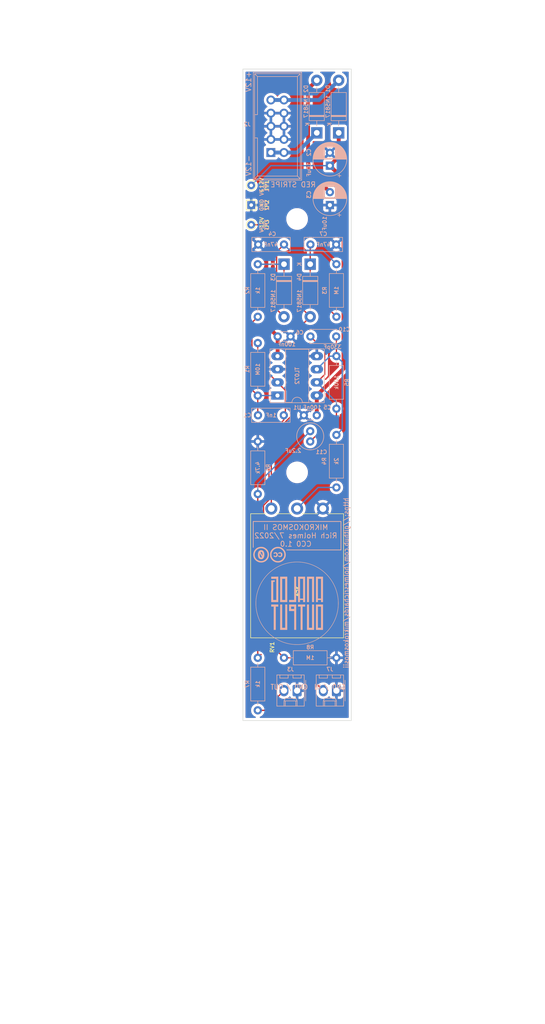
<source format=kicad_pcb>
(kicad_pcb (version 20211014) (generator pcbnew)
  (layers (0 "F.Cu" signal) (31 "B.Cu" signal) (34 "B.Paste" user) (35 "F.Paste" user) (36 "B.SilkS" user "B.Silkscreen") (37 "F.SilkS" user "F.Silkscreen") (38 "B.Mask" user) (39 "F.Mask" user) (44 "Edge.Cuts" user))
  (net 0 "")
  (net 1 "+12V")
  (net 2 "GND")
  (net 3 "-12V")
  (net 4 "Net-(C1-Pad1)")
  (net 5 "/PIEZO_IN")
  (net 6 "Net-(C4-Pad1)")
  (net 7 "Net-(C7-Pad1)")
  (net 8 "Net-(C10-Pad1)")
  (net 9 "Net-(C10-Pad2)")
  (net 10 "Net-(C11-Pad2)")
  (net 11 "/+12V_INLET")
  (net 12 "/-12V_INLET")
  (net 13 "Net-(D3-Pad1)")
  (net 14 "/PREAMP_OUT")
  (net 15 "Net-(R4-Pad2)")
  (footprint "ao_tht:Potentiometer_Alpha_16mm_Single_Vertical" (layer "F.Cu") (at 100 115 -90)
    (fp_text reference "RV1" (at 10.828 4.826 90) (layer "F.SilkS") (effects (font (size 0.75 0.75))))
    (fp_text value "A5k")
    (fp_text user "${VALUE}" (at 0 0 90) (layer "F.SilkS") (effects (font (size 0.75 0.75))))
    (pad "1" thru_hole circle locked (at -16 -5 270) (size 2.34 2.34) (drill 1.3) (layers *.Cu *.Mask) (net 2 "GND"))
    (pad "2" thru_hole circle locked (at -16 0 270) (size 2.34 2.34) (drill 1.3) (layers *.Cu *.Mask) (net 15 "Net-(R4-Pad2)"))
    (pad "3" thru_hole circle locked (at -16 5 270) (size 2.34 2.34) (drill 1.3) (layers *.Cu *.Mask) (net 13 "Net-(D3-Pad1)"))
  )
  (footprint "ao_tht:TestPoint_THTPad_1.5x1.5mm_Drill0.7mm" (layer "F.Cu") (at 91.11 40.31 -90)
    (fp_text reference "TP2" (at 0 -3.048 90) (layer "F.SilkS") (effects (font (size 0.75 0.75))))
    (fp_text value "GND")
    (fp_text user "${REFERENCE}" (at 0 -3.048 90) (layer "B.SilkS") (effects (font (size 0.75 0.75)) (justify mirror)))
    (fp_text user "${VALUE}" (at 0 -2.032 90) (layer "B.SilkS") (effects (font (size 0.75 0.75)) (justify mirror)))
    (fp_text user "${VALUE}" (at 0 -2.032 90) (layer "F.SilkS") (effects (font (size 0.75 0.75))))
    (pad "1" thru_hole rect locked (at 0 0 270) (size 1.5 1.5) (drill 0.7) (layers *.Cu *.Mask) (net 2 "GND"))
  )
  (footprint "ao_tht:TestPoint_THTPad_D1.5mm_Drill0.7mm" (layer "F.Cu") (at 91.11 44.12 -90)
    (fp_text reference "TP3" (at 0 -3.048 90) (layer "F.SilkS") (effects (font (size 0.75 0.75))))
    (fp_text value "-12V")
    (fp_text user "${VALUE}" (at 0 -2.032 90) (layer "B.SilkS") (effects (font (size 0.75 0.75)) (justify mirror)))
    (fp_text user "${REFERENCE}" (at 0 -3.048 90) (layer "B.SilkS") (effects (font (size 0.75 0.75)) (justify mirror)))
    (fp_text user "${VALUE}" (at 0 -2.032 90) (layer "F.SilkS") (effects (font (size 0.75 0.75))))
    (pad "1" thru_hole circle locked (at 0 0 270) (size 1.5 1.5) (drill 0.7) (layers *.Cu *.Mask) (net 3 "-12V"))
  )
  (footprint "ao_tht:MountingHole_3.2mm_M3" (layer "F.Cu") (at 100 43)
    (fp_text reference "H1" hide)
    (fp_text value "MountingHole")
    (pad "" np_thru_hole circle locked (at 0 0) (size 3.2 3.2) (drill 3.2) (layers *.Cu *.Mask))
  )
  (footprint "mikrokosmos-ii:mikrokosmos-ii_panel_holes" (layer "F.Cu") (at 100 100)
    (fp_text reference "GRAF1" hide)
    (fp_text value "Graphic" hide)
  )
  (footprint "ao_tht:MountingHole_3.2mm_M3" (layer "F.Cu") (at 100 92)
    (fp_text reference "H2" hide)
    (fp_text value "MountingHole")
    (pad "" np_thru_hole circle locked (at 0 0) (size 3.2 3.2) (drill 3.2) (layers *.Cu *.Mask))
  )
  (footprint "ao_tht:TestPoint_THTPad_D1.5mm_Drill0.7mm" (layer "F.Cu") (at 91.11 36.5 -90)
    (fp_text reference "TP1" (at 0 -3.048 90) (layer "F.SilkS") (effects (font (size 0.75 0.75))))
    (fp_text value "+12V")
    (fp_text user "${REFERENCE}" (at 0.254 -3.048 90) (layer "B.SilkS") (effects (font (size 0.75 0.75)) (justify mirror)))
    (fp_text user "${VALUE}" (at 0.508 -2.032 90) (layer "B.SilkS") (effects (font (size 0.75 0.75)) (justify mirror)))
    (fp_text user "${VALUE}" (at 0 -2.032 90) (layer "F.SilkS") (effects (font (size 0.75 0.75))))
    (pad "1" thru_hole circle locked (at 0 0 270) (size 1.5 1.5) (drill 0.7) (layers *.Cu *.Mask) (net 1 "+12V"))
  )
  (footprint "ao_tht:C_Rect_L7.2mm_W2.5mm_P5.00mm_FKS2_FKP2_MKS2_MKP2" (layer "B.Cu") (at 102.58 47.93)
    (fp_text reference "C7" (at 2.5 -2.032 180) (layer "B.SilkS") (effects (font (size 0.75 0.75)) (justify mirror)))
    (fp_text value "47nF")
    (fp_text user "${VALUE}" (at 2.54 0 180) (layer "B.SilkS") (effects (font (size 0.75 0.75)) (justify mirror)))
    (pad "1" thru_hole circle locked (at 0 0) (size 1.6 1.6) (drill 0.8) (layers *.Cu *.Mask) (net 7 "Net-(C7-Pad1)"))
    (pad "2" thru_hole circle locked (at 5 0) (size 1.6 1.6) (drill 0.8) (layers *.Cu *.Mask) (net 2 "GND"))
  )
  (footprint "ao_tht:Molex_KK-254_AE-6410-02A_1x02_P2.54mm_Vertical" (layer "B.Cu") (at 100 134.21 180)
    (fp_text reference "J3" (at 1.27 4.12) (layer "B.SilkS") (effects (font (size 0.75 0.75)) (justify mirror)))
    (fp_text value "2_pin_Molex_header")
    (pad "1" thru_hole roundrect locked (at 0 0 180) (size 1.74 2.2) (drill 1.2) (layers *.Cu *.Mask) (roundrect_rratio 0.143678) (net 2 "GND"))
    (pad "2" thru_hole oval locked (at 2.54 0 180) (size 1.74 2.2) (drill 1.2) (layers *.Cu *.Mask) (net 14 "/PREAMP_OUT"))
  )
  (footprint "ao_tht:D_DO-41_SOD81_P10.16mm_Horizontal" (layer "B.Cu") (at 103.81 26.34 90)
    (fp_text reference "D2" (at 8.509 -2.086 90) (layer "B.SilkS") (effects (font (size 0.75 0.75)) (justify mirror)))
    (fp_text value "1N5817")
    (fp_text user "${VALUE}" (at 5.08 -2.091 90) (layer "B.SilkS") (effects (font (size 0.75 0.75)) (justify mirror)))
    (fp_text user "K" (at 1.651 -1.778 90) (layer "B.SilkS") (effects (font (size 0.75 0.75)) (justify mirror)))
    (pad "1" thru_hole rect locked (at 0 0 90) (size 2.2 2.2) (drill 1.1) (layers *.Cu *.Mask) (net 12 "/-12V_INLET"))
    (pad "2" thru_hole oval locked (at 10.16 0 90) (size 2.2 2.2) (drill 1.1) (layers *.Cu *.Mask) (net 3 "-12V"))
  )
  (footprint "ao_tht:R_Axial_DIN0207_L6.3mm_D2.5mm_P10.16mm_Horizontal" (layer "B.Cu") (at 107.62 84.76 -90)
    (fp_text reference "R4" (at 5.08 2.37 -270) (layer "B.SilkS") (effects (font (size 0.75 0.75)) (justify mirror)))
    (fp_text value "2k")
    (fp_text user "${VALUE}" (at 5.08 0 -270) (layer "B.SilkS") (effects (font (size 0.75 0.75)) (justify mirror)))
    (pad "1" thru_hole circle locked (at 0 0 270) (size 1.6 1.6) (drill 0.8) (layers *.Cu *.Mask) (net 9 "Net-(C10-Pad2)"))
    (pad "2" thru_hole oval locked (at 10.16 0 270) (size 1.6 1.6) (drill 0.8) (layers *.Cu *.Mask) (net 15 "Net-(R4-Pad2)"))
  )
  (footprint "ao_tht:C_Disc_D3.0mm_W1.6mm_P2.50mm" (layer "B.Cu") (at 98.73 65.72 180)
    (fp_text reference "C6" (at -1.778 0.772) (layer "B.SilkS") (effects (font (size 0.75 0.75)) (justify mirror)))
    (fp_text value "100nF")
    (fp_text user "${VALUE}" (at 0.762 -1.514) (layer "B.SilkS") (effects (font (size 0.75 0.75)) (justify mirror)))
    (pad "1" thru_hole circle (at 0 0 180) (size 1.6 1.6) (drill 0.8) (layers *.Cu *.Mask) (net 2 "GND"))
    (pad "2" thru_hole circle (at 2.5 0 180) (size 1.6 1.6) (drill 0.8) (layers *.Cu *.Mask) (net 3 "-12V"))
  )
  (footprint "ao_tht:C_Rect_L7.2mm_W2.5mm_P5.00mm_FKS2_FKP2_MKS2_MKP2" (layer "B.Cu") (at 92.42 80.96)
    (fp_text reference "C1" (at -2.072 -0.01) (layer "B.SilkS") (effects (font (size 0.75 0.75)) (justify mirror)))
    (fp_text value "1nF")
    (fp_text user "${VALUE}" (at 2.54 0) (layer "B.SilkS") (effects (font (size 0.75 0.75)) (justify mirror)))
    (pad "1" thru_hole circle locked (at 0 0) (size 1.6 1.6) (drill 0.8) (layers *.Cu *.Mask) (net 4 "Net-(C1-Pad1)"))
    (pad "2" thru_hole circle locked (at 5 0) (size 1.6 1.6) (drill 0.8) (layers *.Cu *.Mask) (net 5 "/PIEZO_IN"))
  )
  (footprint "ao_tht:R_Axial_DIN0207_L6.3mm_D2.5mm_P10.16mm_Horizontal" (layer "B.Cu") (at 92.38 77.15 90)
    (fp_text reference "R1" (at 5.09 -2.032 90) (layer "B.SilkS") (effects (font (size 0.75 0.75)) (justify mirror)))
    (fp_text value "10M")
    (fp_text user "${VALUE}" (at 5.08 0 90) (layer "B.SilkS") (effects (font (size 0.75 0.75)) (justify mirror)))
    (pad "1" thru_hole circle locked (at 0 0 90) (size 1.6 1.6) (drill 0.8) (layers *.Cu *.Mask) (net 4 "Net-(C1-Pad1)"))
    (pad "2" thru_hole oval locked (at 10.16 0 90) (size 1.6 1.6) (drill 0.8) (layers *.Cu *.Mask) (net 5 "/PIEZO_IN"))
  )
  (footprint "ao_tht:D_DO-41_SOD81_P10.16mm_Horizontal" (layer "B.Cu") (at 97.46 51.74 -90)
    (fp_text reference "D3" (at 2.5 2.1 90) (layer "B.SilkS") (effects (font (size 0.75 0.75)) (justify mirror)))
    (fp_text value "1N5817")
    (fp_text user "K" (at 0 2.1 90) (layer "B.SilkS") (effects (font (size 0.75 0.75)) (justify mirror)))
    (fp_text user "${VALUE}" (at 7.112 2.1 90) (layer "B.SilkS") (effects (font (size 0.75 0.75)) (justify mirror)))
    (pad "1" thru_hole rect (at 0 0 270) (size 2.2 2.2) (drill 1.1) (layers *.Cu *.Mask) (net 13 "Net-(D3-Pad1)"))
    (pad "2" thru_hole oval (at 10.16 0 270) (size 2.2 2.2) (drill 1.1) (layers *.Cu *.Mask) (net 6 "Net-(C4-Pad1)"))
  )
  (footprint "ao_tht:C_Disc_D3.0mm_W1.6mm_P2.50mm" (layer "B.Cu") (at 103.81 80.96 180)
    (fp_text reference "C5" (at -2.032 1.534) (layer "B.SilkS") (effects (font (size 0.75 0.75)) (justify mirror)))
    (fp_text value "100nF")
    (fp_text user "${VALUE}" (at 0.889 1.534 180) (layer "B.SilkS") (effects (font (size 0.75 0.75)) (justify mirror)))
    (pad "1" thru_hole circle (at 0 0 180) (size 1.6 1.6) (drill 0.8) (layers *.Cu *.Mask) (net 1 "+12V"))
    (pad "2" thru_hole circle (at 2.5 0 180) (size 1.6 1.6) (drill 0.8) (layers *.Cu *.Mask) (net 2 "GND"))
  )
  (footprint "ao_tht:CP_Radial_D6.3mm_P2.50mm" (layer "B.Cu") (at 106.35 40.31 90)
    (fp_text reference "C3" (at 2.032 -4.064 90) (layer "B.SilkS") (effects (font (size 0.75 0.75)) (justify mirror)))
    (fp_text value "10uF")
    (fp_text user "${VALUE}" (at -3.556 -1.016 90) (layer "B.SilkS") (effects (font (size 0.75 0.75)) (justify mirror)))
    (pad "1" thru_hole rect locked (at 0 0 90) (size 1.6 1.6) (drill 0.8) (layers *.Cu *.Mask) (net 2 "GND"))
    (pad "2" thru_hole circle locked (at 2.5 0 90) (size 1.6 1.6) (drill 0.8) (layers *.Cu *.Mask) (net 3 "-12V"))
  )
  (footprint "ao_tht:C_Disc_D5.0mm_W2.5mm_P5.00mm" (layer "B.Cu") (at 102.58 65.72)
    (fp_text reference "C10" (at 6.564 -1.37 180) (layer "B.SilkS") (effects (font (size 0.75 0.75)) (justify mirror)))
    (fp_text value "330pF")
    (fp_text user "${VALUE}" (at 4.278 2.022 180) (layer "B.SilkS") (effects (font (size 0.75 0.75)) (justify mirror)))
    (pad "1" thru_hole circle (at 0 0) (size 1.6 1.6) (drill 0.8) (layers *.Cu *.Mask) (net 8 "Net-(C10-Pad1)"))
    (pad "2" thru_hole circle (at 5 0) (size 1.6 1.6) (drill 0.8) (layers *.Cu *.Mask) (net 9 "Net-(C10-Pad2)"))
  )
  (footprint "ao_tht:R_Axial_DIN0207_L6.3mm_D2.5mm_P10.16mm_Horizontal" (layer "B.Cu") (at 92.38 96.19 90)
    (fp_text reference "R6" (at 5.08 2.032 90) (layer "B.SilkS") (effects (font (size 0.75 0.75)) (justify mirror)))
    (fp_text value "4.7k")
    (fp_text user "${VALUE}" (at 5.08 0 90) (layer "B.SilkS") (effects (font (size 0.75 0.75)) (justify mirror)))
    (pad "1" thru_hole circle locked (at 0 0 90) (size 1.6 1.6) (drill 0.8) (layers *.Cu *.Mask) (net 10 "Net-(C11-Pad2)"))
    (pad "2" thru_hole oval locked (at 10.16 0 90) (size 1.6 1.6) (drill 0.8) (layers *.Cu *.Mask) (net 2 "GND"))
  )
  (footprint "ao_tht:D_DO-41_SOD81_P10.16mm_Horizontal" (layer "B.Cu") (at 108.06 26.34 90)
    (fp_text reference "D1" (at 8.509 -2.086 90) (layer "B.SilkS") (effects (font (size 0.75 0.75)) (justify mirror)))
    (fp_text value "1N5817")
    (fp_text user "${VALUE}" (at 5.08 -2.091 90) (layer "B.SilkS") (effects (font (size 0.75 0.75)) (justify mirror)))
    (fp_text user "K" (at 1.651 -1.778 90) (layer "B.SilkS") (effects (font (size 0.75 0.75)) (justify mirror)))
    (pad "1" thru_hole rect locked (at 0 0 90) (size 2.2 2.2) (drill 1.1) (layers *.Cu *.Mask) (net 1 "+12V"))
    (pad "2" thru_hole oval locked (at 10.16 0 90) (size 2.2 2.2) (drill 1.1) (layers *.Cu *.Mask) (net 11 "/+12V_INLET"))
  )
  (footprint "ao_tht:CC0_logo" (layer "B.Cu") (at 94.666 107.921 180)
    (fp_text reference "GRAF2" hide)
    (fp_text value "CC0 logo" hide)
  )
  (footprint "ao_tht:C_Rect_L7.2mm_W2.5mm_P5.00mm_FKS2_FKP2_MKS2_MKP2" (layer "B.Cu") (at 97.46 47.93 180)
    (fp_text reference "C4" (at 2.286 2.032) (layer "B.SilkS") (effects (font (size 0.75 0.75)) (justify mirror)))
    (fp_text value "47nF")
    (fp_text user "${VALUE}" (at 2.54 0) (layer "B.SilkS") (effects (font (size 0.75 0.75)) (justify mirror)))
    (pad "1" thru_hole circle locked (at 0 0 180) (size 1.6 1.6) (drill 0.8) (layers *.Cu *.Mask) (net 6 "Net-(C4-Pad1)"))
    (pad "2" thru_hole circle locked (at 5 0 180) (size 1.6 1.6) (drill 0.8) (layers *.Cu *.Mask) (net 2 "GND"))
  )
  (footprint "ao_tht:analogoutput" (layer "B.Cu") (at 100 117.319 180)
    (fp_text reference "GRAF3" hide)
    (fp_text value "AO logo" hide)
  )
  (footprint "ao_tht:Power_Header" (layer "B.Cu") (at 94.92 30.15)
    (fp_text reference "J2" (at -4.572 -5.461) (layer "B.SilkS") (effects (font (size 0.75 0.75)) (justify mirror)))
    (fp_text value "Synth_power_2x5")
    (fp_text user "RED STRIPE" (at 4.31 6.2) (layer "B.SilkS") (effects (justify mirror)))
    (fp_text user "+12V" (at -4.318 -13.716 270) (layer "B.SilkS") (effects (justify mirror)))
    (fp_text user "-12V" (at -4.318 2.54 90) (layer "B.SilkS") (effects (justify mirror)))
    (pad "1" thru_hole rect (at 0 0) (size 1.7272 1.7272) (drill 1.016) (layers *.Cu *.Mask) (net 12 "/-12V_INLET"))
    (pad "2" thru_hole oval (at 2.54 0) (size 1.7272 1.7272) (drill 1.016) (layers *.Cu *.Mask) (net 12 "/-12V_INLET"))
    (pad "3" thru_hole oval (at 0 -2.54) (size 1.7272 1.7272) (drill 1.016) (layers *.Cu *.Mask) (net 2 "GND"))
    (pad "4" thru_hole oval (at 2.54 -2.54) (size 1.7272 1.7272) (drill 1.016) (layers *.Cu *.Mask) (net 2 "GND"))
    (pad "5" thru_hole oval (at 0 -5.08) (size 1.7272 1.7272) (drill 1.016) (layers *.Cu *.Mask) (net 2 "GND"))
    (pad "6" thru_hole oval (at 2.54 -5.08) (size 1.7272 1.7272) (drill 1.016) (layers *.Cu *.Mask) (net 2 "GND"))
    (pad "7" thru_hole oval (at 0 -7.62) (size 1.7272 1.7272) (drill 1.016) (layers *.Cu *.Mask) (net 2 "GND"))
    (pad "8" thru_hole oval (at 2.54 -7.62) (size 1.7272 1.7272) (drill 1.016) (layers *.Cu *.Mask) (net 2 "GND"))
    (pad "9" thru_hole oval (at 0 -10.16) (size 1.7272 1.7272) (drill 1.016) (layers *.Cu *.Mask) (net 11 "/+12V_INLET"))
    (pad "10" thru_hole oval (at 2.54 -10.16) (size 1.7272 1.7272) (drill 1.016) (layers *.Cu *.Mask) (net 11 "/+12V_INLET"))
  )
  (footprint "ao_tht:Molex_KK-254_AE-6410-02A_1x02_P2.54mm_Vertical" (layer "B.Cu") (at 107.62 134.21 180)
    (fp_text reference "J7" (at 1.27 4.12) (layer "B.SilkS") (effects (font (size 0.75 0.75)) (justify mirror)))
    (fp_text value "2_pin_Molex_header")
    (pad "1" thru_hole roundrect locked (at 0 0 180) (size 1.74 2.2) (drill 1.2) (layers *.Cu *.Mask) (roundrect_rratio 0.143678) (net 2 "GND"))
    (pad "2" thru_hole oval locked (at 2.54 0 180) (size 1.74 2.2) (drill 1.2) (layers *.Cu *.Mask) (net 5 "/PIEZO_IN"))
  )
  (footprint "ao_tht:R_Axial_DIN0207_L6.3mm_D2.5mm_P10.16mm_Horizontal" (layer "B.Cu") (at 97.46 127.86)
    (fp_text reference "R8" (at 5.08 -2.032) (layer "B.SilkS") (effects (font (size 0.75 0.75)) (justify mirror)))
    (fp_text value "1M")
    (fp_text user "${VALUE}" (at 5.08 0) (layer "B.SilkS") (effects (font (size 0.75 0.75)) (justify mirror)))
    (pad "1" thru_hole circle locked (at 0 0) (size 1.6 1.6) (drill 0.8) (layers *.Cu *.Mask) (net 5 "/PIEZO_IN"))
    (pad "2" thru_hole oval locked (at 10.16 0) (size 1.6 1.6) (drill 0.8) (layers *.Cu *.Mask) (net 2 "GND"))
  )
  (footprint "ao_tht:R_Axial_DIN0207_L6.3mm_D2.5mm_P10.16mm_Horizontal" (layer "B.Cu") (at 92.38 51.75 -90)
    (fp_text reference "R2" (at 5.07 2.032 90) (layer "B.SilkS") (effects (font (size 0.75 0.75)) (justify mirror)))
    (fp_text value "1k")
    (fp_text user "${VALUE}" (at 5.08 0 90) (layer "B.SilkS") (effects (font (size 0.75 0.75)) (justify mirror)))
    (pad "1" thru_hole circle locked (at 0 0 270) (size 1.6 1.6) (drill 0.8) (layers *.Cu *.Mask) (net 13 "Net-(D3-Pad1)"))
    (pad "2" thru_hole oval locked (at 10.16 0 270) (size 1.6 1.6) (drill 0.8) (layers *.Cu *.Mask) (net 4 "Net-(C1-Pad1)"))
  )
  (footprint "ao_tht:R_Axial_DIN0207_L6.3mm_D2.5mm_P10.16mm_Horizontal" (layer "B.Cu") (at 92.38 138.02 90)
    (fp_text reference "R7" (at 5.08 -2.032 90) (layer "B.SilkS") (effects (font (size 0.75 0.75)) (justify mirror)))
    (fp_text value "1k")
    (fp_text user "${VALUE}" (at 5.08 0 90) (layer "B.SilkS") (effects (font (size 0.75 0.75)) (justify mirror)))
    (pad "1" thru_hole circle locked (at 0 0 90) (size 1.6 1.6) (drill 0.8) (layers *.Cu *.Mask) (net 14 "/PREAMP_OUT"))
    (pad "2" thru_hole oval locked (at 10.16 0 90) (size 1.6 1.6) (drill 0.8) (layers *.Cu *.Mask) (net 10 "Net-(C11-Pad2)"))
  )
  (footprint "ao_tht:C_Radial_D5.0mm_H11.0mm_P2.00mm" (layer "B.Cu") (at 102.54 86.03 90)
    (fp_text reference "C11" (at -2.032 2.159 180) (layer "B.SilkS") (effects (font (size 0.75 0.75)) (justify mirror)))
    (fp_text value "2.2uF")
    (fp_text user "${VALUE}" (at -1.778 -3.302 180) (layer "B.SilkS") (effects (font (size 0.75 0.75)) (justify mirror)))
    (pad "1" thru_hole circle (at 0 0 90) (size 1.6 1.6) (drill 0.8) (layers *.Cu *.Mask) (net 8 "Net-(C10-Pad1)"))
    (pad "2" thru_hole circle (at 2 0 90) (size 1.6 1.6) (drill 0.8) (layers *.Cu *.Mask) (net 10 "Net-(C11-Pad2)"))
  )
  (footprint "ao_tht:R_Axial_DIN0207_L6.3mm_D2.5mm_P10.16mm_Horizontal" (layer "B.Cu") (at 107.62 79.68 90)
    (fp_text reference "R5" (at 5.08 2.032 90) (layer "B.SilkS") (effects (font (size 0.75 0.75)) (justify mirror)))
    (fp_text value "100k")
    (fp_text user "${VALUE}" (at 5.08 0 90) (layer "B.SilkS") (effects (font (size 0.75 0.75)) (justify mirror)))
    (pad "1" thru_hole circle locked (at 0 0 90) (size 1.6 1.6) (drill 0.8) (layers *.Cu *.Mask) (net 8 "Net-(C10-Pad1)"))
    (pad "2" thru_hole oval locked (at 10.16 0 90) (size 1.6 1.6) (drill 0.8) (layers *.Cu *.Mask) (net 9 "Net-(C10-Pad2)"))
  )
  (footprint "ao_tht:DIP-8_W7.62mm_Socket_LongPads" (layer "B.Cu") (at 96.2 77.14)
    (fp_text reference "U1" (at 3.81 2.33 180) (layer "B.SilkS") (effects (font (size 0.75 0.75)) (justify mirror)))
    (fp_text value "TL072")
    (fp_text user "${VALUE}" (at 3.81 -3.81 90) (layer "B.SilkS") (effects (font (size 0.75 0.75)) (justify mirror)))
    (pad "1" thru_hole rect locked (at 0 0) (size 2.4 1.6) (drill 0.8) (layers *.Cu *.Mask) (net 4 "Net-(C1-Pad1)"))
    (pad "2" thru_hole oval locked (at 0 -2.54) (size 2.4 1.6) (drill 0.8) (layers *.Cu *.Mask) (net 5 "/PIEZO_IN"))
    (pad "3" thru_hole oval locked (at 0 -5.08) (size 2.4 1.6) (drill 0.8) (layers *.Cu *.Mask) (net 2 "GND"))
    (pad "4" thru_hole oval locked (at 0 -7.62) (size 2.4 1.6) (drill 0.8) (layers *.Cu *.Mask) (net 3 "-12V"))
    (pad "5" thru_hole oval locked (at 7.62 -7.62) (size 2.4 1.6) (drill 0.8) (layers *.Cu *.Mask) (net 2 "GND"))
    (pad "6" thru_hole oval locked (at 7.62 -5.08) (size 2.4 1.6) (drill 0.8) (layers *.Cu *.Mask) (net 9 "Net-(C10-Pad2)"))
    (pad "7" thru_hole oval locked (at 7.62 -2.54) (size 2.4 1.6) (drill 0.8) (layers *.Cu *.Mask) (net 8 "Net-(C10-Pad1)"))
    (pad "8" thru_hole oval locked (at 7.62 0) (size 2.4 1.6) (drill 0.8) (layers *.Cu *.Mask) (net 1 "+12V"))
  )
  (footprint "ao_tht:R_Axial_DIN0207_L6.3mm_D2.5mm_P10.16mm_Horizontal" (layer "B.Cu") (at 107.62 61.9 90)
    (fp_text reference "R3" (at 5.08 -2.286 90) (layer "B.SilkS") (effects (font (size 0.75 0.75)) (justify mirror)))
    (fp_text value "1M")
    (fp_text user "${VALUE}" (at 5.08 0 90) (layer "B.SilkS") (effects (font (size 0.75 0.75)) (justify mirror)))
    (pad "1" thru_hole circle locked (at 0 0 90) (size 1.6 1.6) (drill 0.8) (layers *.Cu *.Mask) (net 7 "Net-(C7-Pad1)"))
    (pad "2" thru_hole oval locked (at 10.16 0 90) (size 1.6 1.6) (drill 0.8) (layers *.Cu *.Mask) (net 6 "Net-(C4-Pad1)"))
  )
  (footprint "ao_tht:CP_Radial_D6.3mm_P2.50mm" (layer "B.Cu") (at 106.35 32.69 90)
    (fp_text reference "C2" (at 2.54 -4.064 90) (layer "B.SilkS") (effects (font (size 0.75 0.75)) (justify mirror)))
    (fp_text value "10uF")
    (fp_text user "${VALUE}" (at -0.762 -4.064 90) (layer "B.SilkS") (effects (font (size 0.75 0.75)) (justify mirror)))
    (pad "1" thru_hole rect locked (at 0 0 90) (size 1.6 1.6) (drill 0.8) (layers *.Cu *.Mask) (net 1 "+12V"))
    (pad "2" thru_hole circle locked (at 2.5 0 90) (size 1.6 1.6) (drill 0.8) (layers *.Cu *.Mask) (net 2 "GND"))
  )
  (footprint "ao_tht:D_DO-41_SOD81_P10.16mm_Horizontal" (layer "B.Cu") (at 102.54 51.74 -90)
    (fp_text reference "D4" (at 2.5 2.1 90) (layer "B.SilkS") (effects (font (size 0.75 0.75)) (justify mirror)))
    (fp_text value "1N5817")
    (fp_text user "${VALUE}" (at 7.112 2.1 90) (layer "B.SilkS") (effects (font (size 0.75 0.75)) (justify mirror)))
    (fp_text user "K" (at 0 2.1 90) (layer "B.SilkS") (effects (font (size 0.75 0.75)) (justify mirror)))
    (pad "1" thru_hole rect (at 0 0 270) (size 2.2 2.2) (drill 1.1) (layers *.Cu *.Mask) (net 7 "Net-(C7-Pad1)"))
    (pad "2" thru_hole oval (at 10.16 0 270) (size 2.2 2.2) (drill 1.1) (layers *.Cu *.Mask) (net 13 "Net-(D3-Pad1)"))
  )
  (gr_line (start 91.5 101.5) (end 91.5 106.5) (layer "B.SilkS") (width 0.15))
  (gr_line (start 108.5 107) (end 98 107) (layer "B.SilkS") (width 0.15))
  (gr_line (start 108.5 101.5) (end 108.5 107) (layer "B.SilkS") (width 0.15))
  (gr_line (start 108.5 101.5) (end 91.5 101.5) (layer "B.SilkS") (width 0.15))
  (gr_rect (start 89.5 14) (end 110.5 140) (layer "Edge.Cuts") (width 0.1) (fill none))
  (gr_text "GND / IN" (at 106.35 133.528) (layer "B.SilkS") (effects (font (size 1 0.85)) (justify mirror)))
  (gr_text "MIKROKOSMOS II\nRich Holmes 7/2022\nCC0 1.0" (at 99.746 104.238) (layer "B.SilkS") (effects (font (size 1 1)) (justify mirror)))
  (gr_text "https://github.com/holmesrichards/mikrokosmosii" (at 109.525 113.382 90) (layer "B.SilkS") (effects (font (size 1 0.85)) (justify mirror)))
  (gr_text "GND / OUT" (at 98.476 133.528) (layer "B.SilkS") (effects (font (size 1 0.85)) (justify mirror)))
  (segment (start 103.82 77.14) (end 108.994511 71.965489) (width 0.75) (layer "F.Cu") (net 1))
  (segment (start 108.994511 35.334511) (end 106.35 32.69) (width 0.75) (layer "F.Cu") (net 1))
  (segment (start 108.06 30.98) (end 108.06 26.34) (width 0.75) (layer "F.Cu") (net 1))
  (segment (start 103.81 80.96) (end 103.81 77.15) (width 0.75) (layer "F.Cu") (net 1))
  (segment (start 106.35 32.69) (end 108.06 30.98) (width 0.75) (layer "F.Cu") (net 1))
  (segment (start 108.994511 71.965489) (end 108.994511 35.334511) (width 0.75) (layer "F.Cu") (net 1))
  (segment (start 94.92 32.69) (end 106.35 32.69) (width 0.25) (layer "B.Cu") (net 1))
  (segment (start 91.11 36.5) (end 94.92 32.69) (width 0.25) (layer "B.Cu") (net 1))
  (segment (start 102.135489 33.595489) (end 103.79 35.25) (width 0.75) (layer "F.Cu") (net 3))
  (segment (start 95.301 64.791) (end 96.23 65.72) (width 0.75) (layer "F.Cu") (net 3))
  (segment (start 103.81 16.18) (end 102.135489 17.854511) (width 0.75) (layer "F.Cu") (net 3))
  (segment (start 103.79 35.25) (end 106.35 37.81) (width 0.75) (layer "F.Cu") (net 3))
  (segment (start 96.23 65.72) (end 96.23 69.49) (width 0.75) (layer "F.Cu") (net 3))
  (segment (start 102.135489 17.854511) (end 102.135489 33.595489) (width 0.75) (layer "F.Cu") (net 3))
  (segment (start 95.301 44.247) (end 95.301 64.791) (width 0.75) (layer "F.Cu") (net 3))
  (segment (start 103.79 35.25) (end 95.301 43.739) (width 0.75) (layer "F.Cu") (net 3))
  (segment (start 95.301 43.739) (end 95.301 44.247) (width 0.75) (layer "F.Cu") (net 3))
  (segment (start 91.11 44.12) (end 95.174 44.12) (width 0.25) (layer "F.Cu") (net 3))
  (segment (start 95.174 44.12) (end 95.301 44.247) (width 0.25) (layer "F.Cu") (net 3))
  (segment (start 91.255489 76.025489) (end 92.38 77.15) (width 0.25) (layer "F.Cu") (net 4))
  (segment (start 91.255489 63.034511) (end 91.255489 76.025489) (width 0.25) (layer "F.Cu") (net 4))
  (segment (start 92.38 61.91) (end 91.255489 63.034511) (width 0.25) (layer "F.Cu") (net 4))
  (segment (start 92.38 77.15) (end 92.38 80.92) (width 0.25) (layer "F.Cu") (net 4))
  (segment (start 92.38 77.15) (end 96.19 77.15) (width 0.25) (layer "B.Cu") (net 4))
  (segment (start 97.724511 76.124511) (end 97.724511 80.655489) (width 0.25) (layer "F.Cu") (net 5))
  (segment (start 97.46 127.86) (end 98.73 127.86) (width 0.25) (layer "F.Cu") (net 5))
  (segment (start 92.38 66.99) (end 92.38 70.78) (width 0.25) (layer "F.Cu") (net 5))
  (segment (start 92.38 70.78) (end 96.2 74.6) (width 0.25) (layer "F.Cu") (net 5))
  (segment (start 93.505489 123.905489) (end 97.46 127.86) (width 0.25) (layer "F.Cu") (net 5))
  (segment (start 97.42 81.879) (end 94.55048 84.74852) (width 0.25) (layer "F.Cu") (net 5))
  (segment (start 98.73 127.86) (end 105.08 134.21) (width 0.25) (layer "F.Cu") (net 5))
  (segment (start 94.55048 97.335961) (end 93.505489 98.380952) (width 0.25) (layer "F.Cu") (net 5))
  (segment (start 93.505489 98.380952) (end 93.505489 123.905489) (width 0.25) (layer "F.Cu") (net 5))
  (segment (start 96.2 74.6) (end 97.724511 76.124511) (width 0.25) (layer "F.Cu") (net 5))
  (segment (start 97.42 80.96) (end 97.42 81.879) (width 0.25) (layer "F.Cu") (net 5))
  (segment (start 94.55048 84.76) (end 94.55048 97.335961) (width 0.25) (layer "F.Cu") (net 5))
  (segment (start 97.46 61.9) (end 96.035489 60.475489) (width 0.25) (layer "F.Cu") (net 6))
  (segment (start 96.035489 49.354511) (end 97.46 47.93) (width 0.25) (layer "F.Cu") (net 6))
  (segment (start 96.035489 60.475489) (end 96.035489 49.354511) (width 0.25) (layer "F.Cu") (net 6))
  (segment (start 97.46 47.93) (end 98.584511 49.054511) (width 0.25) (layer "B.Cu") (net 6))
  (segment (start 98.584511 49.054511) (end 104.934511 49.054511) (width 0.25) (layer "B.Cu") (net 6))
  (segment (start 104.934511 49.054511) (end 107.62 51.74) (width 0.25) (layer "B.Cu") (net 6))
  (segment (start 102.54 51.74) (end 102.54 47.97) (width 0.25) (layer "F.Cu") (net 7))
  (segment (start 102.54 51.74) (end 102.54 56.82) (width 0.25) (layer "F.Cu") (net 7))
  (segment (start 102.54 56.82) (end 107.62 61.9) (width 0.25) (layer "F.Cu") (net 7))
  (segment (start 105.34452 68.48452) (end 105.34452 73.07548) (width 0.25) (layer "F.Cu") (net 8))
  (segment (start 102.54 86.03) (end 107.62 80.95) (width 0.25) (layer "F.Cu") (net 8))
  (segment (start 102.58 65.72) (end 105.34452 68.48452) (width 0.25) (layer "F.Cu") (net 8))
  (segment (start 107.62 80.95) (end 107.62 79.68) (width 0.25) (layer "F.Cu") (net 8))
  (segment (start 105.34452 73.07548) (end 103.82 74.6) (width 0.25) (layer "F.Cu") (net 8))
  (segment (start 103.82 74.6) (end 107.62 78.4) (width 0.25) (layer "B.Cu") (net 8))
  (segment (start 107.62 78.4) (end 107.62 79.69) (width 0.25) (layer "B.Cu") (net 8))
  (segment (start 107.62 69.53) (end 107.62 65.76) (width 0.25) (layer "F.Cu") (net 9))
  (segment (start 107.62 69.52) (end 108.745 70.645) (width 0.25) (layer "B.Cu") (net 9))
  (segment (start 108.745 83.635) (end 107.62 84.76) (width 0.25) (layer "B.Cu") (net 9))
  (segment (start 108.745 70.645) (end 108.745 83.635) (width 0.25) (layer "B.Cu") (net 9))
  (segment (start 103.82 72.06) (end 106.35 69.53) (width 0.25) (layer "B.Cu") (net 9))
  (segment (start 106.35 69.53) (end 107.62 69.53) (width 0.25) (layer "B.Cu") (net 9))
  (segment (start 92.38 96.19) (end 92.38 127.86) (width 0.25) (layer "F.Cu") (net 10))
  (segment (start 93.015 127.225) (end 92.38 127.86) (width 0.25) (layer "F.Cu") (net 10))
  (segment (start 92.38 94.19) (end 102.54 84.03) (width 0.25) (layer "B.Cu") (net 10))
  (segment (start 92.38 96.19) (end 92.38 94.19) (width 0.25) (layer "B.Cu") (net 10))
  (segment (start 97.46 19.99) (end 104.25 19.99) (width 0.75) (layer "B.Cu") (net 11))
  (segment (start 94.92 19.99) (end 97.46 19.99) (width 0.75) (layer "B.Cu") (net 11))
  (segment (start 104.25 19.99) (end 108.06 16.18) (width 0.75) (layer "B.Cu") (net 11))
  (segment (start 100 30.15) (end 103.81 26.34) (width 0.75) (layer "B.Cu") (net 12))
  (segment (start 94.92 30.15) (end 97.46 30.15) (width 0.75) (layer "B.Cu") (net 12))
  (segment (start 97.46 30.15) (end 100 30.15) (width 0.75) (layer "B.Cu") (net 12))
  (segment (start 102.54 61.9) (end 100.635 63.805) (width 0.25) (layer "F.Cu") (net 13))
  (segment (start 97.46 56.82) (end 102.54 61.9) (width 0.25) (layer "F.Cu") (net 13))
  (segment (start 97.46 51.74) (end 97.46 56.82) (width 0.25) (layer "F.Cu") (net 13))
  (segment (start 100.635 63.805) (end 100.635 79.3353) (width 0.25) (layer "F.Cu") (net 13))
  (segment (start 100.635 79.3353) (end 95 84.9703) (width 0.25) (layer "F.Cu") (net 13))
  (segment (start 95 84.9703) (end 95 99) (width 0.25) (layer "F.Cu") (net 13))
  (segment (start 92.38 51.75) (end 97.45 51.75) (width 0.25) (layer "B.Cu") (net 13))
  (segment (start 93.65 138.02) (end 97.46 134.21) (width 0.25) (layer "F.Cu") (net 14))
  (segment (start 92.38 138.02) (end 93.65 138.02) (width 0.25) (layer "F.Cu") (net 14))
  (segment (start 104.08 94.92) (end 107.62 94.92) (width 0.25) (layer "B.Cu") (net 15))
  (segment (start 100 99) (end 104.08 94.92) (width 0.25) (layer "B.Cu") (net 15))
  (zone (net 2) (net_name "GND") (layers F&B.Cu) (connect_pads (clearance 0.508)) (min_thickness 0.254) (fill yes (thermal_gap 0.508) (thermal_bridge_width 0.508))
    (polygon (pts (xy 110.5 140) (xy 89.5 140) (xy 89.5 14) (xy 110.5 14)))
  )
)
</source>
